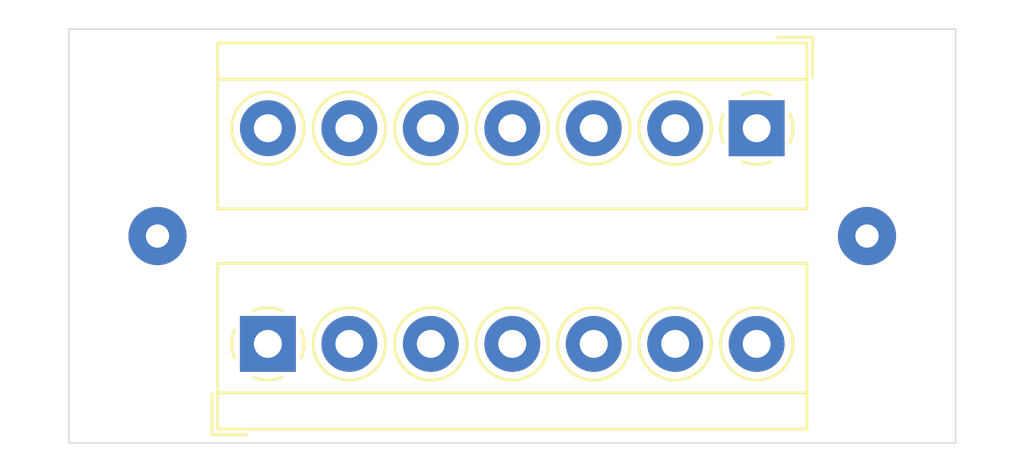
<source format=kicad_pcb>
(kicad_pcb (version 20171130) (host pcbnew 5.1.5-52549c5~86~ubuntu18.04.1)

  (general
    (thickness 1.6)
    (drawings 4)
    (tracks 0)
    (zones 0)
    (modules 8)
    (nets 9)
  )

  (page A4)
  (title_block
    (title "TUSISTEMITA TEMPLATE")
    (company Galopago)
  )

  (layers
    (0 F.Cu signal)
    (31 B.Cu signal)
    (32 B.Adhes user)
    (33 F.Adhes user)
    (34 B.Paste user)
    (35 F.Paste user)
    (36 B.SilkS user)
    (37 F.SilkS user)
    (38 B.Mask user)
    (39 F.Mask user)
    (40 Dwgs.User user)
    (41 Cmts.User user)
    (42 Eco1.User user)
    (43 Eco2.User user)
    (44 Edge.Cuts user)
    (45 Margin user)
    (46 B.CrtYd user)
    (47 F.CrtYd user)
    (48 B.Fab user)
    (49 F.Fab user)
  )

  (setup
    (last_trace_width 0.25)
    (trace_clearance 0.2)
    (zone_clearance 0.508)
    (zone_45_only no)
    (trace_min 0.2)
    (via_size 0.8)
    (via_drill 0.4)
    (via_min_size 0.4)
    (via_min_drill 0.3)
    (uvia_size 0.3)
    (uvia_drill 0.1)
    (uvias_allowed no)
    (uvia_min_size 0.2)
    (uvia_min_drill 0.1)
    (edge_width 0.05)
    (segment_width 0.2)
    (pcb_text_width 0.3)
    (pcb_text_size 1.5 1.5)
    (mod_edge_width 0.12)
    (mod_text_size 1 1)
    (mod_text_width 0.15)
    (pad_size 3 3)
    (pad_drill 3)
    (pad_to_mask_clearance 0.051)
    (solder_mask_min_width 0.25)
    (aux_axis_origin 0 0)
    (visible_elements FFFFFF7F)
    (pcbplotparams
      (layerselection 0x010fc_ffffffff)
      (usegerberextensions false)
      (usegerberattributes false)
      (usegerberadvancedattributes false)
      (creategerberjobfile false)
      (excludeedgelayer true)
      (linewidth 0.100000)
      (plotframeref false)
      (viasonmask false)
      (mode 1)
      (useauxorigin false)
      (hpglpennumber 1)
      (hpglpenspeed 20)
      (hpglpendiameter 15.000000)
      (psnegative false)
      (psa4output false)
      (plotreference true)
      (plotvalue true)
      (plotinvisibletext false)
      (padsonsilk false)
      (subtractmaskfromsilk false)
      (outputformat 1)
      (mirror false)
      (drillshape 1)
      (scaleselection 1)
      (outputdirectory ""))
  )

  (net 0 "")
  (net 1 "Net-(J0-Pad1)")
  (net 2 "Net-(J4-Pad7)")
  (net 3 "Net-(J4-Pad6)")
  (net 4 "Net-(J4-Pad5)")
  (net 5 "Net-(J4-Pad4)")
  (net 6 "Net-(J4-Pad3)")
  (net 7 "Net-(J4-Pad2)")
  (net 8 "Net-(J4-Pad1)")

  (net_class Default "This is the default net class."
    (clearance 0.2)
    (trace_width 0.25)
    (via_dia 0.8)
    (via_drill 0.4)
    (uvia_dia 0.3)
    (uvia_drill 0.1)
    (add_net "Net-(J0-Pad1)")
    (add_net "Net-(J4-Pad1)")
    (add_net "Net-(J4-Pad2)")
    (add_net "Net-(J4-Pad3)")
    (add_net "Net-(J4-Pad4)")
    (add_net "Net-(J4-Pad5)")
    (add_net "Net-(J4-Pad6)")
    (add_net "Net-(J4-Pad7)")
  )

  (module TerminalBlock_4Ucon:TerminalBlock_4Ucon_1x07_P3.50mm_Horizontal (layer F.Cu) (tedit 5B294E93) (tstamp 5F543ADC)
    (at 28.55 33.523)
    (descr "Terminal Block 4Ucon ItemNo. 10684, 7 pins, pitch 3.5mm, size 25.2x7mm^2, drill diamater 1.2mm, pad diameter 2.4mm, see http://www.4uconnector.com/online/object/4udrawing/10684.pdf, script-generated using https://github.com/pointhi/kicad-footprint-generator/scripts/TerminalBlock_4Ucon")
    (tags "THT Terminal Block 4Ucon ItemNo. 10684 pitch 3.5mm size 25.2x7mm^2 drill 1.2mm pad 2.4mm")
    (path /5F55BD45)
    (fp_text reference J5 (at 10.5 -4.46) (layer F.SilkS) hide
      (effects (font (size 1 1) (thickness 0.15)))
    )
    (fp_text value Conn_01x07_Female (at 10.5 4.66) (layer F.Fab)
      (effects (font (size 1 1) (thickness 0.15)))
    )
    (fp_text user %R (at 10.5 2.9) (layer F.Fab)
      (effects (font (size 1 1) (thickness 0.15)))
    )
    (fp_line (start 23.6 -3.9) (end -2.6 -3.9) (layer F.CrtYd) (width 0.05))
    (fp_line (start 23.6 4.1) (end 23.6 -3.9) (layer F.CrtYd) (width 0.05))
    (fp_line (start -2.6 4.1) (end 23.6 4.1) (layer F.CrtYd) (width 0.05))
    (fp_line (start -2.6 -3.9) (end -2.6 4.1) (layer F.CrtYd) (width 0.05))
    (fp_line (start -2.4 3.9) (end -0.9 3.9) (layer F.SilkS) (width 0.12))
    (fp_line (start -2.4 2.16) (end -2.4 3.9) (layer F.SilkS) (width 0.12))
    (fp_line (start 19.9 0.069) (end 19.9 -0.069) (layer F.Fab) (width 0.1))
    (fp_line (start 20.931 0.069) (end 19.9 0.069) (layer F.Fab) (width 0.1))
    (fp_line (start 20.931 1.1) (end 20.931 0.069) (layer F.Fab) (width 0.1))
    (fp_line (start 21.069 1.1) (end 20.931 1.1) (layer F.Fab) (width 0.1))
    (fp_line (start 21.069 0.069) (end 21.069 1.1) (layer F.Fab) (width 0.1))
    (fp_line (start 22.1 0.069) (end 21.069 0.069) (layer F.Fab) (width 0.1))
    (fp_line (start 22.1 -0.069) (end 22.1 0.069) (layer F.Fab) (width 0.1))
    (fp_line (start 21.069 -0.069) (end 22.1 -0.069) (layer F.Fab) (width 0.1))
    (fp_line (start 21.069 -1.1) (end 21.069 -0.069) (layer F.Fab) (width 0.1))
    (fp_line (start 20.931 -1.1) (end 21.069 -1.1) (layer F.Fab) (width 0.1))
    (fp_line (start 20.931 -0.069) (end 20.931 -1.1) (layer F.Fab) (width 0.1))
    (fp_line (start 19.9 -0.069) (end 20.931 -0.069) (layer F.Fab) (width 0.1))
    (fp_line (start 16.4 0.069) (end 16.4 -0.069) (layer F.Fab) (width 0.1))
    (fp_line (start 17.431 0.069) (end 16.4 0.069) (layer F.Fab) (width 0.1))
    (fp_line (start 17.431 1.1) (end 17.431 0.069) (layer F.Fab) (width 0.1))
    (fp_line (start 17.569 1.1) (end 17.431 1.1) (layer F.Fab) (width 0.1))
    (fp_line (start 17.569 0.069) (end 17.569 1.1) (layer F.Fab) (width 0.1))
    (fp_line (start 18.6 0.069) (end 17.569 0.069) (layer F.Fab) (width 0.1))
    (fp_line (start 18.6 -0.069) (end 18.6 0.069) (layer F.Fab) (width 0.1))
    (fp_line (start 17.569 -0.069) (end 18.6 -0.069) (layer F.Fab) (width 0.1))
    (fp_line (start 17.569 -1.1) (end 17.569 -0.069) (layer F.Fab) (width 0.1))
    (fp_line (start 17.431 -1.1) (end 17.569 -1.1) (layer F.Fab) (width 0.1))
    (fp_line (start 17.431 -0.069) (end 17.431 -1.1) (layer F.Fab) (width 0.1))
    (fp_line (start 16.4 -0.069) (end 17.431 -0.069) (layer F.Fab) (width 0.1))
    (fp_line (start 12.9 0.069) (end 12.9 -0.069) (layer F.Fab) (width 0.1))
    (fp_line (start 13.931 0.069) (end 12.9 0.069) (layer F.Fab) (width 0.1))
    (fp_line (start 13.931 1.1) (end 13.931 0.069) (layer F.Fab) (width 0.1))
    (fp_line (start 14.069 1.1) (end 13.931 1.1) (layer F.Fab) (width 0.1))
    (fp_line (start 14.069 0.069) (end 14.069 1.1) (layer F.Fab) (width 0.1))
    (fp_line (start 15.1 0.069) (end 14.069 0.069) (layer F.Fab) (width 0.1))
    (fp_line (start 15.1 -0.069) (end 15.1 0.069) (layer F.Fab) (width 0.1))
    (fp_line (start 14.069 -0.069) (end 15.1 -0.069) (layer F.Fab) (width 0.1))
    (fp_line (start 14.069 -1.1) (end 14.069 -0.069) (layer F.Fab) (width 0.1))
    (fp_line (start 13.931 -1.1) (end 14.069 -1.1) (layer F.Fab) (width 0.1))
    (fp_line (start 13.931 -0.069) (end 13.931 -1.1) (layer F.Fab) (width 0.1))
    (fp_line (start 12.9 -0.069) (end 13.931 -0.069) (layer F.Fab) (width 0.1))
    (fp_line (start 9.4 0.069) (end 9.4 -0.069) (layer F.Fab) (width 0.1))
    (fp_line (start 10.431 0.069) (end 9.4 0.069) (layer F.Fab) (width 0.1))
    (fp_line (start 10.431 1.1) (end 10.431 0.069) (layer F.Fab) (width 0.1))
    (fp_line (start 10.569 1.1) (end 10.431 1.1) (layer F.Fab) (width 0.1))
    (fp_line (start 10.569 0.069) (end 10.569 1.1) (layer F.Fab) (width 0.1))
    (fp_line (start 11.6 0.069) (end 10.569 0.069) (layer F.Fab) (width 0.1))
    (fp_line (start 11.6 -0.069) (end 11.6 0.069) (layer F.Fab) (width 0.1))
    (fp_line (start 10.569 -0.069) (end 11.6 -0.069) (layer F.Fab) (width 0.1))
    (fp_line (start 10.569 -1.1) (end 10.569 -0.069) (layer F.Fab) (width 0.1))
    (fp_line (start 10.431 -1.1) (end 10.569 -1.1) (layer F.Fab) (width 0.1))
    (fp_line (start 10.431 -0.069) (end 10.431 -1.1) (layer F.Fab) (width 0.1))
    (fp_line (start 9.4 -0.069) (end 10.431 -0.069) (layer F.Fab) (width 0.1))
    (fp_line (start 5.9 0.069) (end 5.9 -0.069) (layer F.Fab) (width 0.1))
    (fp_line (start 6.931 0.069) (end 5.9 0.069) (layer F.Fab) (width 0.1))
    (fp_line (start 6.931 1.1) (end 6.931 0.069) (layer F.Fab) (width 0.1))
    (fp_line (start 7.069 1.1) (end 6.931 1.1) (layer F.Fab) (width 0.1))
    (fp_line (start 7.069 0.069) (end 7.069 1.1) (layer F.Fab) (width 0.1))
    (fp_line (start 8.1 0.069) (end 7.069 0.069) (layer F.Fab) (width 0.1))
    (fp_line (start 8.1 -0.069) (end 8.1 0.069) (layer F.Fab) (width 0.1))
    (fp_line (start 7.069 -0.069) (end 8.1 -0.069) (layer F.Fab) (width 0.1))
    (fp_line (start 7.069 -1.1) (end 7.069 -0.069) (layer F.Fab) (width 0.1))
    (fp_line (start 6.931 -1.1) (end 7.069 -1.1) (layer F.Fab) (width 0.1))
    (fp_line (start 6.931 -0.069) (end 6.931 -1.1) (layer F.Fab) (width 0.1))
    (fp_line (start 5.9 -0.069) (end 6.931 -0.069) (layer F.Fab) (width 0.1))
    (fp_line (start 2.4 0.069) (end 2.4 -0.069) (layer F.Fab) (width 0.1))
    (fp_line (start 3.431 0.069) (end 2.4 0.069) (layer F.Fab) (width 0.1))
    (fp_line (start 3.431 1.1) (end 3.431 0.069) (layer F.Fab) (width 0.1))
    (fp_line (start 3.569 1.1) (end 3.431 1.1) (layer F.Fab) (width 0.1))
    (fp_line (start 3.569 0.069) (end 3.569 1.1) (layer F.Fab) (width 0.1))
    (fp_line (start 4.6 0.069) (end 3.569 0.069) (layer F.Fab) (width 0.1))
    (fp_line (start 4.6 -0.069) (end 4.6 0.069) (layer F.Fab) (width 0.1))
    (fp_line (start 3.569 -0.069) (end 4.6 -0.069) (layer F.Fab) (width 0.1))
    (fp_line (start 3.569 -1.1) (end 3.569 -0.069) (layer F.Fab) (width 0.1))
    (fp_line (start 3.431 -1.1) (end 3.569 -1.1) (layer F.Fab) (width 0.1))
    (fp_line (start 3.431 -0.069) (end 3.431 -1.1) (layer F.Fab) (width 0.1))
    (fp_line (start 2.4 -0.069) (end 3.431 -0.069) (layer F.Fab) (width 0.1))
    (fp_line (start -1.1 0.069) (end -1.1 -0.069) (layer F.Fab) (width 0.1))
    (fp_line (start -0.069 0.069) (end -1.1 0.069) (layer F.Fab) (width 0.1))
    (fp_line (start -0.069 1.1) (end -0.069 0.069) (layer F.Fab) (width 0.1))
    (fp_line (start 0.069 1.1) (end -0.069 1.1) (layer F.Fab) (width 0.1))
    (fp_line (start 0.069 0.069) (end 0.069 1.1) (layer F.Fab) (width 0.1))
    (fp_line (start 1.1 0.069) (end 0.069 0.069) (layer F.Fab) (width 0.1))
    (fp_line (start 1.1 -0.069) (end 1.1 0.069) (layer F.Fab) (width 0.1))
    (fp_line (start 0.069 -0.069) (end 1.1 -0.069) (layer F.Fab) (width 0.1))
    (fp_line (start 0.069 -1.1) (end 0.069 -0.069) (layer F.Fab) (width 0.1))
    (fp_line (start -0.069 -1.1) (end 0.069 -1.1) (layer F.Fab) (width 0.1))
    (fp_line (start -0.069 -0.069) (end -0.069 -1.1) (layer F.Fab) (width 0.1))
    (fp_line (start -1.1 -0.069) (end -0.069 -0.069) (layer F.Fab) (width 0.1))
    (fp_line (start 23.16 -3.46) (end 23.16 3.66) (layer F.SilkS) (width 0.12))
    (fp_line (start -2.16 -3.46) (end -2.16 3.66) (layer F.SilkS) (width 0.12))
    (fp_line (start -2.16 3.66) (end 23.16 3.66) (layer F.SilkS) (width 0.12))
    (fp_line (start -2.16 -3.46) (end 23.16 -3.46) (layer F.SilkS) (width 0.12))
    (fp_line (start -2.16 2.1) (end 23.16 2.1) (layer F.SilkS) (width 0.12))
    (fp_line (start -2.1 2.1) (end 23.1 2.1) (layer F.Fab) (width 0.1))
    (fp_line (start -2.1 2.1) (end -2.1 -3.4) (layer F.Fab) (width 0.1))
    (fp_line (start -0.6 3.6) (end -2.1 2.1) (layer F.Fab) (width 0.1))
    (fp_line (start 23.1 3.6) (end -0.6 3.6) (layer F.Fab) (width 0.1))
    (fp_line (start 23.1 -3.4) (end 23.1 3.6) (layer F.Fab) (width 0.1))
    (fp_line (start -2.1 -3.4) (end 23.1 -3.4) (layer F.Fab) (width 0.1))
    (fp_circle (center 21 0) (end 22.555 0) (layer F.SilkS) (width 0.12))
    (fp_circle (center 21 0) (end 22.375 0) (layer F.Fab) (width 0.1))
    (fp_circle (center 17.5 0) (end 19.055 0) (layer F.SilkS) (width 0.12))
    (fp_circle (center 17.5 0) (end 18.875 0) (layer F.Fab) (width 0.1))
    (fp_circle (center 14 0) (end 15.555 0) (layer F.SilkS) (width 0.12))
    (fp_circle (center 14 0) (end 15.375 0) (layer F.Fab) (width 0.1))
    (fp_circle (center 10.5 0) (end 12.055 0) (layer F.SilkS) (width 0.12))
    (fp_circle (center 10.5 0) (end 11.875 0) (layer F.Fab) (width 0.1))
    (fp_circle (center 7 0) (end 8.555 0) (layer F.SilkS) (width 0.12))
    (fp_circle (center 7 0) (end 8.375 0) (layer F.Fab) (width 0.1))
    (fp_circle (center 3.5 0) (end 5.055 0) (layer F.SilkS) (width 0.12))
    (fp_circle (center 3.5 0) (end 4.875 0) (layer F.Fab) (width 0.1))
    (fp_circle (center 0 0) (end 1.375 0) (layer F.Fab) (width 0.1))
    (fp_arc (start 0 0) (end -0.608 1.432) (angle -24) (layer F.SilkS) (width 0.12))
    (fp_arc (start 0 0) (end -1.432 -0.608) (angle -46) (layer F.SilkS) (width 0.12))
    (fp_arc (start 0 0) (end 0.608 -1.432) (angle -46) (layer F.SilkS) (width 0.12))
    (fp_arc (start 0 0) (end 1.432 0.608) (angle -46) (layer F.SilkS) (width 0.12))
    (fp_arc (start 0 0) (end 0 1.555) (angle -23) (layer F.SilkS) (width 0.12))
    (pad 7 thru_hole circle (at 21 0) (size 2.4 2.4) (drill 1.2) (layers *.Cu *.Mask)
      (net 8 "Net-(J4-Pad1)"))
    (pad 6 thru_hole circle (at 17.5 0) (size 2.4 2.4) (drill 1.2) (layers *.Cu *.Mask)
      (net 7 "Net-(J4-Pad2)"))
    (pad 5 thru_hole circle (at 14 0) (size 2.4 2.4) (drill 1.2) (layers *.Cu *.Mask)
      (net 6 "Net-(J4-Pad3)"))
    (pad 4 thru_hole circle (at 10.5 0) (size 2.4 2.4) (drill 1.2) (layers *.Cu *.Mask)
      (net 5 "Net-(J4-Pad4)"))
    (pad 3 thru_hole circle (at 7 0) (size 2.4 2.4) (drill 1.2) (layers *.Cu *.Mask)
      (net 4 "Net-(J4-Pad5)"))
    (pad 2 thru_hole circle (at 3.5 0) (size 2.4 2.4) (drill 1.2) (layers *.Cu *.Mask)
      (net 3 "Net-(J4-Pad6)"))
    (pad 1 thru_hole rect (at 0 0) (size 2.4 2.4) (drill 1.2) (layers *.Cu *.Mask)
      (net 2 "Net-(J4-Pad7)"))
    (model ${KISYS3DMOD}/TerminalBlock_4Ucon.3dshapes/TerminalBlock_4Ucon_1x07_P3.50mm_Horizontal.wrl
      (at (xyz 0 0 0))
      (scale (xyz 1 1 1))
      (rotate (xyz 0 0 0))
    )
  )

  (module TerminalBlock_4Ucon:TerminalBlock_4Ucon_1x07_P3.50mm_Horizontal (layer F.Cu) (tedit 5B294E93) (tstamp 5F543A59)
    (at 49.55 24.257 180)
    (descr "Terminal Block 4Ucon ItemNo. 10684, 7 pins, pitch 3.5mm, size 25.2x7mm^2, drill diamater 1.2mm, pad diameter 2.4mm, see http://www.4uconnector.com/online/object/4udrawing/10684.pdf, script-generated using https://github.com/pointhi/kicad-footprint-generator/scripts/TerminalBlock_4Ucon")
    (tags "THT Terminal Block 4Ucon ItemNo. 10684 pitch 3.5mm size 25.2x7mm^2 drill 1.2mm pad 2.4mm")
    (path /5F55B1A4)
    (fp_text reference J4 (at 10.5 -4.46) (layer F.SilkS) hide
      (effects (font (size 1 1) (thickness 0.15)))
    )
    (fp_text value Conn_01x07_Female (at 10.5 4.66) (layer F.Fab)
      (effects (font (size 1 1) (thickness 0.15)))
    )
    (fp_text user %R (at 10.5 2.9) (layer F.Fab)
      (effects (font (size 1 1) (thickness 0.15)))
    )
    (fp_line (start 23.6 -3.9) (end -2.6 -3.9) (layer F.CrtYd) (width 0.05))
    (fp_line (start 23.6 4.1) (end 23.6 -3.9) (layer F.CrtYd) (width 0.05))
    (fp_line (start -2.6 4.1) (end 23.6 4.1) (layer F.CrtYd) (width 0.05))
    (fp_line (start -2.6 -3.9) (end -2.6 4.1) (layer F.CrtYd) (width 0.05))
    (fp_line (start -2.4 3.9) (end -0.9 3.9) (layer F.SilkS) (width 0.12))
    (fp_line (start -2.4 2.16) (end -2.4 3.9) (layer F.SilkS) (width 0.12))
    (fp_line (start 19.9 0.069) (end 19.9 -0.069) (layer F.Fab) (width 0.1))
    (fp_line (start 20.931 0.069) (end 19.9 0.069) (layer F.Fab) (width 0.1))
    (fp_line (start 20.931 1.1) (end 20.931 0.069) (layer F.Fab) (width 0.1))
    (fp_line (start 21.069 1.1) (end 20.931 1.1) (layer F.Fab) (width 0.1))
    (fp_line (start 21.069 0.069) (end 21.069 1.1) (layer F.Fab) (width 0.1))
    (fp_line (start 22.1 0.069) (end 21.069 0.069) (layer F.Fab) (width 0.1))
    (fp_line (start 22.1 -0.069) (end 22.1 0.069) (layer F.Fab) (width 0.1))
    (fp_line (start 21.069 -0.069) (end 22.1 -0.069) (layer F.Fab) (width 0.1))
    (fp_line (start 21.069 -1.1) (end 21.069 -0.069) (layer F.Fab) (width 0.1))
    (fp_line (start 20.931 -1.1) (end 21.069 -1.1) (layer F.Fab) (width 0.1))
    (fp_line (start 20.931 -0.069) (end 20.931 -1.1) (layer F.Fab) (width 0.1))
    (fp_line (start 19.9 -0.069) (end 20.931 -0.069) (layer F.Fab) (width 0.1))
    (fp_line (start 16.4 0.069) (end 16.4 -0.069) (layer F.Fab) (width 0.1))
    (fp_line (start 17.431 0.069) (end 16.4 0.069) (layer F.Fab) (width 0.1))
    (fp_line (start 17.431 1.1) (end 17.431 0.069) (layer F.Fab) (width 0.1))
    (fp_line (start 17.569 1.1) (end 17.431 1.1) (layer F.Fab) (width 0.1))
    (fp_line (start 17.569 0.069) (end 17.569 1.1) (layer F.Fab) (width 0.1))
    (fp_line (start 18.6 0.069) (end 17.569 0.069) (layer F.Fab) (width 0.1))
    (fp_line (start 18.6 -0.069) (end 18.6 0.069) (layer F.Fab) (width 0.1))
    (fp_line (start 17.569 -0.069) (end 18.6 -0.069) (layer F.Fab) (width 0.1))
    (fp_line (start 17.569 -1.1) (end 17.569 -0.069) (layer F.Fab) (width 0.1))
    (fp_line (start 17.431 -1.1) (end 17.569 -1.1) (layer F.Fab) (width 0.1))
    (fp_line (start 17.431 -0.069) (end 17.431 -1.1) (layer F.Fab) (width 0.1))
    (fp_line (start 16.4 -0.069) (end 17.431 -0.069) (layer F.Fab) (width 0.1))
    (fp_line (start 12.9 0.069) (end 12.9 -0.069) (layer F.Fab) (width 0.1))
    (fp_line (start 13.931 0.069) (end 12.9 0.069) (layer F.Fab) (width 0.1))
    (fp_line (start 13.931 1.1) (end 13.931 0.069) (layer F.Fab) (width 0.1))
    (fp_line (start 14.069 1.1) (end 13.931 1.1) (layer F.Fab) (width 0.1))
    (fp_line (start 14.069 0.069) (end 14.069 1.1) (layer F.Fab) (width 0.1))
    (fp_line (start 15.1 0.069) (end 14.069 0.069) (layer F.Fab) (width 0.1))
    (fp_line (start 15.1 -0.069) (end 15.1 0.069) (layer F.Fab) (width 0.1))
    (fp_line (start 14.069 -0.069) (end 15.1 -0.069) (layer F.Fab) (width 0.1))
    (fp_line (start 14.069 -1.1) (end 14.069 -0.069) (layer F.Fab) (width 0.1))
    (fp_line (start 13.931 -1.1) (end 14.069 -1.1) (layer F.Fab) (width 0.1))
    (fp_line (start 13.931 -0.069) (end 13.931 -1.1) (layer F.Fab) (width 0.1))
    (fp_line (start 12.9 -0.069) (end 13.931 -0.069) (layer F.Fab) (width 0.1))
    (fp_line (start 9.4 0.069) (end 9.4 -0.069) (layer F.Fab) (width 0.1))
    (fp_line (start 10.431 0.069) (end 9.4 0.069) (layer F.Fab) (width 0.1))
    (fp_line (start 10.431 1.1) (end 10.431 0.069) (layer F.Fab) (width 0.1))
    (fp_line (start 10.569 1.1) (end 10.431 1.1) (layer F.Fab) (width 0.1))
    (fp_line (start 10.569 0.069) (end 10.569 1.1) (layer F.Fab) (width 0.1))
    (fp_line (start 11.6 0.069) (end 10.569 0.069) (layer F.Fab) (width 0.1))
    (fp_line (start 11.6 -0.069) (end 11.6 0.069) (layer F.Fab) (width 0.1))
    (fp_line (start 10.569 -0.069) (end 11.6 -0.069) (layer F.Fab) (width 0.1))
    (fp_line (start 10.569 -1.1) (end 10.569 -0.069) (layer F.Fab) (width 0.1))
    (fp_line (start 10.431 -1.1) (end 10.569 -1.1) (layer F.Fab) (width 0.1))
    (fp_line (start 10.431 -0.069) (end 10.431 -1.1) (layer F.Fab) (width 0.1))
    (fp_line (start 9.4 -0.069) (end 10.431 -0.069) (layer F.Fab) (width 0.1))
    (fp_line (start 5.9 0.069) (end 5.9 -0.069) (layer F.Fab) (width 0.1))
    (fp_line (start 6.931 0.069) (end 5.9 0.069) (layer F.Fab) (width 0.1))
    (fp_line (start 6.931 1.1) (end 6.931 0.069) (layer F.Fab) (width 0.1))
    (fp_line (start 7.069 1.1) (end 6.931 1.1) (layer F.Fab) (width 0.1))
    (fp_line (start 7.069 0.069) (end 7.069 1.1) (layer F.Fab) (width 0.1))
    (fp_line (start 8.1 0.069) (end 7.069 0.069) (layer F.Fab) (width 0.1))
    (fp_line (start 8.1 -0.069) (end 8.1 0.069) (layer F.Fab) (width 0.1))
    (fp_line (start 7.069 -0.069) (end 8.1 -0.069) (layer F.Fab) (width 0.1))
    (fp_line (start 7.069 -1.1) (end 7.069 -0.069) (layer F.Fab) (width 0.1))
    (fp_line (start 6.931 -1.1) (end 7.069 -1.1) (layer F.Fab) (width 0.1))
    (fp_line (start 6.931 -0.069) (end 6.931 -1.1) (layer F.Fab) (width 0.1))
    (fp_line (start 5.9 -0.069) (end 6.931 -0.069) (layer F.Fab) (width 0.1))
    (fp_line (start 2.4 0.069) (end 2.4 -0.069) (layer F.Fab) (width 0.1))
    (fp_line (start 3.431 0.069) (end 2.4 0.069) (layer F.Fab) (width 0.1))
    (fp_line (start 3.431 1.1) (end 3.431 0.069) (layer F.Fab) (width 0.1))
    (fp_line (start 3.569 1.1) (end 3.431 1.1) (layer F.Fab) (width 0.1))
    (fp_line (start 3.569 0.069) (end 3.569 1.1) (layer F.Fab) (width 0.1))
    (fp_line (start 4.6 0.069) (end 3.569 0.069) (layer F.Fab) (width 0.1))
    (fp_line (start 4.6 -0.069) (end 4.6 0.069) (layer F.Fab) (width 0.1))
    (fp_line (start 3.569 -0.069) (end 4.6 -0.069) (layer F.Fab) (width 0.1))
    (fp_line (start 3.569 -1.1) (end 3.569 -0.069) (layer F.Fab) (width 0.1))
    (fp_line (start 3.431 -1.1) (end 3.569 -1.1) (layer F.Fab) (width 0.1))
    (fp_line (start 3.431 -0.069) (end 3.431 -1.1) (layer F.Fab) (width 0.1))
    (fp_line (start 2.4 -0.069) (end 3.431 -0.069) (layer F.Fab) (width 0.1))
    (fp_line (start -1.1 0.069) (end -1.1 -0.069) (layer F.Fab) (width 0.1))
    (fp_line (start -0.069 0.069) (end -1.1 0.069) (layer F.Fab) (width 0.1))
    (fp_line (start -0.069 1.1) (end -0.069 0.069) (layer F.Fab) (width 0.1))
    (fp_line (start 0.069 1.1) (end -0.069 1.1) (layer F.Fab) (width 0.1))
    (fp_line (start 0.069 0.069) (end 0.069 1.1) (layer F.Fab) (width 0.1))
    (fp_line (start 1.1 0.069) (end 0.069 0.069) (layer F.Fab) (width 0.1))
    (fp_line (start 1.1 -0.069) (end 1.1 0.069) (layer F.Fab) (width 0.1))
    (fp_line (start 0.069 -0.069) (end 1.1 -0.069) (layer F.Fab) (width 0.1))
    (fp_line (start 0.069 -1.1) (end 0.069 -0.069) (layer F.Fab) (width 0.1))
    (fp_line (start -0.069 -1.1) (end 0.069 -1.1) (layer F.Fab) (width 0.1))
    (fp_line (start -0.069 -0.069) (end -0.069 -1.1) (layer F.Fab) (width 0.1))
    (fp_line (start -1.1 -0.069) (end -0.069 -0.069) (layer F.Fab) (width 0.1))
    (fp_line (start 23.16 -3.46) (end 23.16 3.66) (layer F.SilkS) (width 0.12))
    (fp_line (start -2.16 -3.46) (end -2.16 3.66) (layer F.SilkS) (width 0.12))
    (fp_line (start -2.16 3.66) (end 23.16 3.66) (layer F.SilkS) (width 0.12))
    (fp_line (start -2.16 -3.46) (end 23.16 -3.46) (layer F.SilkS) (width 0.12))
    (fp_line (start -2.16 2.1) (end 23.16 2.1) (layer F.SilkS) (width 0.12))
    (fp_line (start -2.1 2.1) (end 23.1 2.1) (layer F.Fab) (width 0.1))
    (fp_line (start -2.1 2.1) (end -2.1 -3.4) (layer F.Fab) (width 0.1))
    (fp_line (start -0.6 3.6) (end -2.1 2.1) (layer F.Fab) (width 0.1))
    (fp_line (start 23.1 3.6) (end -0.6 3.6) (layer F.Fab) (width 0.1))
    (fp_line (start 23.1 -3.4) (end 23.1 3.6) (layer F.Fab) (width 0.1))
    (fp_line (start -2.1 -3.4) (end 23.1 -3.4) (layer F.Fab) (width 0.1))
    (fp_circle (center 21 0) (end 22.555 0) (layer F.SilkS) (width 0.12))
    (fp_circle (center 21 0) (end 22.375 0) (layer F.Fab) (width 0.1))
    (fp_circle (center 17.5 0) (end 19.055 0) (layer F.SilkS) (width 0.12))
    (fp_circle (center 17.5 0) (end 18.875 0) (layer F.Fab) (width 0.1))
    (fp_circle (center 14 0) (end 15.555 0) (layer F.SilkS) (width 0.12))
    (fp_circle (center 14 0) (end 15.375 0) (layer F.Fab) (width 0.1))
    (fp_circle (center 10.5 0) (end 12.055 0) (layer F.SilkS) (width 0.12))
    (fp_circle (center 10.5 0) (end 11.875 0) (layer F.Fab) (width 0.1))
    (fp_circle (center 7 0) (end 8.555 0) (layer F.SilkS) (width 0.12))
    (fp_circle (center 7 0) (end 8.375 0) (layer F.Fab) (width 0.1))
    (fp_circle (center 3.5 0) (end 5.055 0) (layer F.SilkS) (width 0.12))
    (fp_circle (center 3.5 0) (end 4.875 0) (layer F.Fab) (width 0.1))
    (fp_circle (center 0 0) (end 1.375 0) (layer F.Fab) (width 0.1))
    (fp_arc (start 0 0) (end -0.608 1.432) (angle -24) (layer F.SilkS) (width 0.12))
    (fp_arc (start 0 0) (end -1.432 -0.608) (angle -46) (layer F.SilkS) (width 0.12))
    (fp_arc (start 0 0) (end 0.608 -1.432) (angle -46) (layer F.SilkS) (width 0.12))
    (fp_arc (start 0 0) (end 1.432 0.608) (angle -46) (layer F.SilkS) (width 0.12))
    (fp_arc (start 0 0) (end 0 1.555) (angle -23) (layer F.SilkS) (width 0.12))
    (pad 7 thru_hole circle (at 21 0 180) (size 2.4 2.4) (drill 1.2) (layers *.Cu *.Mask)
      (net 2 "Net-(J4-Pad7)"))
    (pad 6 thru_hole circle (at 17.5 0 180) (size 2.4 2.4) (drill 1.2) (layers *.Cu *.Mask)
      (net 3 "Net-(J4-Pad6)"))
    (pad 5 thru_hole circle (at 14 0 180) (size 2.4 2.4) (drill 1.2) (layers *.Cu *.Mask)
      (net 4 "Net-(J4-Pad5)"))
    (pad 4 thru_hole circle (at 10.5 0 180) (size 2.4 2.4) (drill 1.2) (layers *.Cu *.Mask)
      (net 5 "Net-(J4-Pad4)"))
    (pad 3 thru_hole circle (at 7 0 180) (size 2.4 2.4) (drill 1.2) (layers *.Cu *.Mask)
      (net 6 "Net-(J4-Pad3)"))
    (pad 2 thru_hole circle (at 3.5 0 180) (size 2.4 2.4) (drill 1.2) (layers *.Cu *.Mask)
      (net 7 "Net-(J4-Pad2)"))
    (pad 1 thru_hole rect (at 0 0 180) (size 2.4 2.4) (drill 1.2) (layers *.Cu *.Mask)
      (net 8 "Net-(J4-Pad1)"))
    (model ${KISYS3DMOD}/TerminalBlock_4Ucon.3dshapes/TerminalBlock_4Ucon_1x07_P3.50mm_Horizontal.wrl
      (at (xyz 0 0 0))
      (scale (xyz 1 1 1))
      (rotate (xyz 0 0 0))
    )
  )

  (module Connector_Wire:SolderWirePad_1x01_Drill1mm (layer F.Cu) (tedit 5AEE5EBE) (tstamp 5F35F15D)
    (at 54.29 28.89)
    (descr "Wire solder connection")
    (tags connector)
    (path /5F5DB1C6)
    (attr virtual)
    (fp_text reference J1 (at 0 -3.81) (layer F.SilkS) hide
      (effects (font (size 1 1) (thickness 0.15)))
    )
    (fp_text value Conn_01x01_Male (at 0 3.175) (layer F.Fab)
      (effects (font (size 1 1) (thickness 0.15)))
    )
    (fp_line (start 1.75 1.75) (end -1.75 1.75) (layer F.CrtYd) (width 0.05))
    (fp_line (start 1.75 1.75) (end 1.75 -1.75) (layer F.CrtYd) (width 0.05))
    (fp_line (start -1.75 -1.75) (end -1.75 1.75) (layer F.CrtYd) (width 0.05))
    (fp_line (start -1.75 -1.75) (end 1.75 -1.75) (layer F.CrtYd) (width 0.05))
    (fp_text user %R (at 0 0) (layer F.Fab)
      (effects (font (size 1 1) (thickness 0.15)))
    )
    (pad 1 thru_hole circle (at 0 0) (size 2.49936 2.49936) (drill 1.00076) (layers *.Cu *.Mask)
      (net 1 "Net-(J0-Pad1)"))
  )

  (module Connector_Wire:SolderWirePad_1x01_Drill1mm (layer F.Cu) (tedit 5AEE5EBE) (tstamp 5F35F153)
    (at 23.81 28.89)
    (descr "Wire solder connection")
    (tags connector)
    (path /5F5D91C6)
    (attr virtual)
    (fp_text reference J0 (at 0 -3.81) (layer F.SilkS) hide
      (effects (font (size 1 1) (thickness 0.15)))
    )
    (fp_text value Conn_01x01_Male (at 0 3.175) (layer F.Fab)
      (effects (font (size 1 1) (thickness 0.15)))
    )
    (fp_line (start 1.75 1.75) (end -1.75 1.75) (layer F.CrtYd) (width 0.05))
    (fp_line (start 1.75 1.75) (end 1.75 -1.75) (layer F.CrtYd) (width 0.05))
    (fp_line (start -1.75 -1.75) (end -1.75 1.75) (layer F.CrtYd) (width 0.05))
    (fp_line (start -1.75 -1.75) (end 1.75 -1.75) (layer F.CrtYd) (width 0.05))
    (fp_text user %R (at 0 0) (layer F.Fab)
      (effects (font (size 1 1) (thickness 0.15)))
    )
    (pad 1 thru_hole circle (at 0 0) (size 2.49936 2.49936) (drill 1.00076) (layers *.Cu *.Mask)
      (net 1 "Net-(J0-Pad1)"))
  )

  (module MountingHole:MountingHole_3mm (layer F.Cu) (tedit 56D1B4CB) (tstamp 5F35F0C9)
    (at 54.29 23.81)
    (descr "Mounting Hole 3mm, no annular")
    (tags "mounting hole 3mm no annular")
    (path /5F3252AF)
    (attr virtual)
    (fp_text reference HA3 (at 0 -4) (layer F.SilkS) hide
      (effects (font (size 1 1) (thickness 0.15)))
    )
    (fp_text value MountingHole (at 0 4) (layer F.Fab)
      (effects (font (size 1 1) (thickness 0.15)))
    )
    (fp_circle (center 0 0) (end 3.25 0) (layer F.CrtYd) (width 0.05))
    (fp_circle (center 0 0) (end 3 0) (layer Cmts.User) (width 0.15))
    (fp_text user %R (at 0.3 0) (layer F.Fab)
      (effects (font (size 1 1) (thickness 0.15)))
    )
    (pad 1 np_thru_hole circle (at 0 0) (size 3 3) (drill 3) (layers *.Cu *.Mask))
  )

  (module MountingHole:MountingHole_3mm (layer F.Cu) (tedit 56D1B4CB) (tstamp 5F35EB41)
    (at 54.29 33.97)
    (descr "Mounting Hole 3mm, no annular")
    (tags "mounting hole 3mm no annular")
    (path /5F333CCC)
    (attr virtual)
    (fp_text reference HB3 (at 0 -4) (layer F.SilkS) hide
      (effects (font (size 1 1) (thickness 0.15)))
    )
    (fp_text value MountingHole (at 0 4) (layer F.Fab)
      (effects (font (size 1 1) (thickness 0.15)))
    )
    (fp_circle (center 0 0) (end 3.25 0) (layer F.CrtYd) (width 0.05))
    (fp_circle (center 0 0) (end 3 0) (layer Cmts.User) (width 0.15))
    (fp_text user %R (at 0.3 0) (layer F.Fab)
      (effects (font (size 1 1) (thickness 0.15)))
    )
    (pad 1 np_thru_hole circle (at 0 0) (size 3 3) (drill 3) (layers *.Cu *.Mask))
  )

  (module MountingHole:MountingHole_3mm (layer F.Cu) (tedit 56D1B4CB) (tstamp 5F35EB29)
    (at 23.81 33.97)
    (descr "Mounting Hole 3mm, no annular")
    (tags "mounting hole 3mm no annular")
    (path /5F3277F5)
    (attr virtual)
    (fp_text reference HB0 (at 0 -4) (layer F.SilkS) hide
      (effects (font (size 1 1) (thickness 0.15)))
    )
    (fp_text value MountingHole (at 0 4) (layer F.Fab)
      (effects (font (size 1 1) (thickness 0.15)))
    )
    (fp_circle (center 0 0) (end 3.25 0) (layer F.CrtYd) (width 0.05))
    (fp_circle (center 0 0) (end 3 0) (layer Cmts.User) (width 0.15))
    (fp_text user %R (at 0.3 0) (layer F.Fab)
      (effects (font (size 1 1) (thickness 0.15)))
    )
    (pad 1 np_thru_hole circle (at 0 0) (size 3 3) (drill 3) (layers *.Cu *.Mask))
  )

  (module MountingHole:MountingHole_3mm (layer F.Cu) (tedit 56D1B4CB) (tstamp 5F35EAA1)
    (at 23.81 23.81)
    (descr "Mounting Hole 3mm, no annular")
    (tags "mounting hole 3mm no annular")
    (path /5F323A1B)
    (attr virtual)
    (fp_text reference HA0 (at 0 -4) (layer F.SilkS) hide
      (effects (font (size 1 1) (thickness 0.15)))
    )
    (fp_text value MountingHole (at 0 4) (layer F.Fab)
      (effects (font (size 1 1) (thickness 0.15)))
    )
    (fp_circle (center 0 0) (end 3.25 0) (layer F.CrtYd) (width 0.05))
    (fp_circle (center 0 0) (end 3 0) (layer Cmts.User) (width 0.15))
    (fp_text user %R (at 0.3 0) (layer F.Fab)
      (effects (font (size 1 1) (thickness 0.15)))
    )
    (pad 1 np_thru_hole circle (at 0 0) (size 3 3) (drill 3) (layers *.Cu *.Mask))
  )

  (gr_line (start 20 37.78) (end 58.1 37.78) (layer Edge.Cuts) (width 0.05))
  (gr_line (start 58.1 20) (end 58.1 37.78) (layer Edge.Cuts) (width 0.05))
  (gr_line (start 20 20) (end 58.1 20) (layer Edge.Cuts) (width 0.05))
  (gr_line (start 20 20) (end 20 37.78) (layer Edge.Cuts) (width 0.05))

)

</source>
